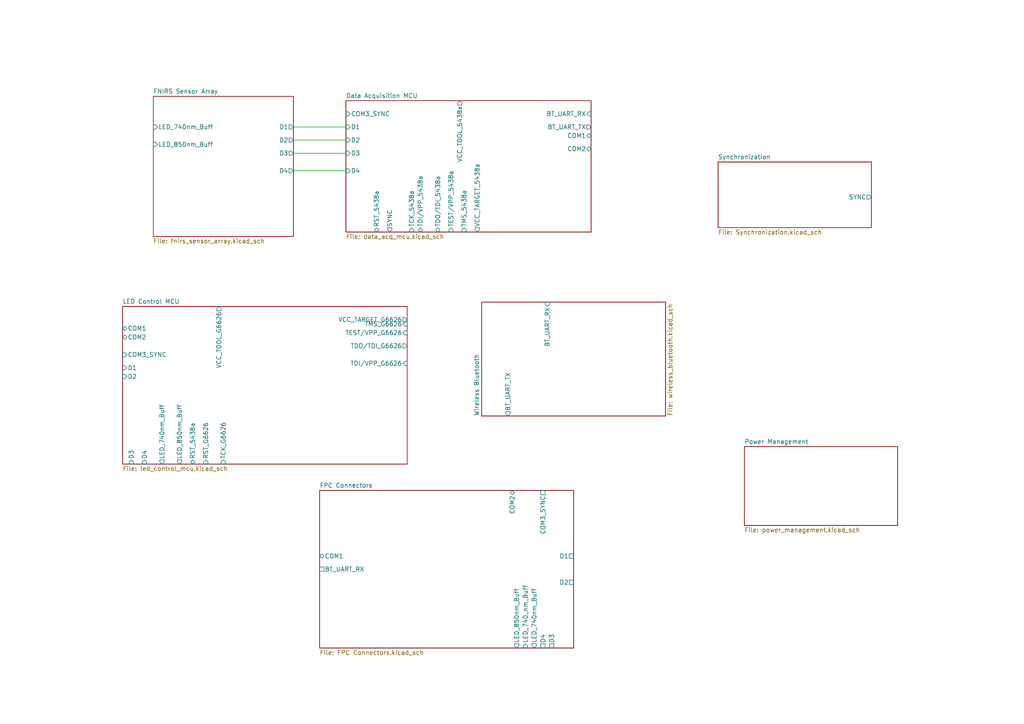
<source format=kicad_sch>
(kicad_sch
	(version 20250114)
	(generator "eeschema")
	(generator_version "9.0")
	(uuid "f391a7a5-9ead-4f60-97df-b37f6ab0cbe8")
	(paper "A4")
	(lib_symbols)
	(wire
		(pts
			(xy 85.09 44.45) (xy 100.33 44.45)
		)
		(stroke
			(width 0)
			(type default)
		)
		(uuid "56fd9dde-60d0-4e2d-9a88-4c833090a46d")
	)
	(wire
		(pts
			(xy 85.09 36.83) (xy 100.33 36.83)
		)
		(stroke
			(width 0)
			(type default)
		)
		(uuid "a93113ea-ab9c-4662-bcad-640429ee84a8")
	)
	(wire
		(pts
			(xy 85.09 49.53) (xy 100.33 49.53)
		)
		(stroke
			(width 0)
			(type default)
		)
		(uuid "f173e374-c663-46ed-bdf3-0a856066575b")
	)
	(wire
		(pts
			(xy 85.09 40.64) (xy 100.33 40.64)
		)
		(stroke
			(width 0)
			(type default)
		)
		(uuid "fac22eb4-5aea-4a0f-8e96-cb534f7d3dc9")
	)
	(sheet
		(at 44.45 27.94)
		(size 40.64 40.64)
		(exclude_from_sim no)
		(in_bom yes)
		(on_board yes)
		(dnp no)
		(fields_autoplaced yes)
		(stroke
			(width 0.1524)
			(type solid)
		)
		(fill
			(color 0 0 0 0.0000)
		)
		(uuid "34c81517-0b06-44f3-b3b2-7c10de8826f0")
		(property "Sheetname" "FNIRS Sensor Array"
			(at 44.45 27.2284 0)
			(effects
				(font
					(size 1.27 1.27)
				)
				(justify left bottom)
			)
		)
		(property "Sheetfile" "fnirs_sensor_array.kicad_sch"
			(at 44.45 69.1646 0)
			(effects
				(font
					(size 1.27 1.27)
				)
				(justify left top)
			)
		)
		(pin "D1" output
			(at 85.09 36.83 0)
			(uuid "62318e69-041b-4274-a72b-7df96713de04")
			(effects
				(font
					(size 1.27 1.27)
				)
				(justify right)
			)
		)
		(pin "D2" output
			(at 85.09 40.64 0)
			(uuid "10946c22-7d1b-4186-b86f-38bdb7f2c895")
			(effects
				(font
					(size 1.27 1.27)
				)
				(justify right)
			)
		)
		(pin "D3" output
			(at 85.09 44.45 0)
			(uuid "8003c214-04bc-4923-92a0-f7faf74bbf59")
			(effects
				(font
					(size 1.27 1.27)
				)
				(justify right)
			)
		)
		(pin "D4" output
			(at 85.09 49.53 0)
			(uuid "632f77d2-1704-4cc7-af41-3b916a954639")
			(effects
				(font
					(size 1.27 1.27)
				)
				(justify right)
			)
		)
		(pin "LED_740nm_Buff" input
			(at 44.45 36.83 180)
			(uuid "73e62931-ae2c-4e12-80cc-4e031f2e48ee")
			(effects
				(font
					(size 1.27 1.27)
				)
				(justify left)
			)
		)
		(pin "LED_850nm_Buff" input
			(at 44.45 41.91 180)
			(uuid "51b8fbbf-69b5-4543-8638-305776a08be1")
			(effects
				(font
					(size 1.27 1.27)
				)
				(justify left)
			)
		)
		(instances
			(project "fNIRS_BBOL_Device"
				(path "/f391a7a5-9ead-4f60-97df-b37f6ab0cbe8"
					(page "2")
				)
			)
		)
	)
	(sheet
		(at 100.33 29.21)
		(size 71.12 38.1)
		(exclude_from_sim no)
		(in_bom yes)
		(on_board yes)
		(dnp no)
		(fields_autoplaced yes)
		(stroke
			(width 0.1524)
			(type solid)
		)
		(fill
			(color 0 0 0 0.0000)
		)
		(uuid "5d7090ac-07a9-4042-97ef-c5576e351776")
		(property "Sheetname" "Data Acquisition MCU"
			(at 100.33 28.4984 0)
			(effects
				(font
					(size 1.27 1.27)
				)
				(justify left bottom)
			)
		)
		(property "Sheetfile" "data_acq_mcu.kicad_sch"
			(at 100.33 67.8946 0)
			(effects
				(font
					(size 1.27 1.27)
				)
				(justify left top)
			)
		)
		(pin "BT_UART_RX" input
			(at 171.45 33.02 0)
			(uuid "155272d6-3b2a-4785-bca1-a114709da911")
			(effects
				(font
					(size 1.27 1.27)
				)
				(justify right)
			)
		)
		(pin "BT_UART_TX" output
			(at 171.45 36.83 0)
			(uuid "6bbc4258-6190-4c30-829d-cb8c94c3ed1f")
			(effects
				(font
					(size 1.27 1.27)
				)
				(justify right)
			)
		)
		(pin "COM1" bidirectional
			(at 171.45 39.37 0)
			(uuid "4928607b-db49-405e-8df8-85f684f17521")
			(effects
				(font
					(size 1.27 1.27)
				)
				(justify right)
			)
		)
		(pin "COM2" bidirectional
			(at 171.45 43.18 0)
			(uuid "3a933a40-3dee-42cf-a5ff-6df534ea00fc")
			(effects
				(font
					(size 1.27 1.27)
				)
				(justify right)
			)
		)
		(pin "COM3_SYNC" input
			(at 100.33 33.02 180)
			(uuid "40fa138f-903c-4f59-a96e-c3bc1cf38a38")
			(effects
				(font
					(size 1.27 1.27)
				)
				(justify left)
			)
		)
		(pin "D1" input
			(at 100.33 36.83 180)
			(uuid "13406539-bd91-49f6-8f2b-6312c1a1a620")
			(effects
				(font
					(size 1.27 1.27)
				)
				(justify left)
			)
		)
		(pin "D2" input
			(at 100.33 40.64 180)
			(uuid "c5bbf383-4c32-4ca8-bed8-0b7135c1c4a3")
			(effects
				(font
					(size 1.27 1.27)
				)
				(justify left)
			)
		)
		(pin "D3" input
			(at 100.33 44.45 180)
			(uuid "a5a9cc5f-07f8-457c-8029-1b462257b7cd")
			(effects
				(font
					(size 1.27 1.27)
				)
				(justify left)
			)
		)
		(pin "D4" input
			(at 100.33 49.53 180)
			(uuid "777afae5-d200-401d-90d6-51d9a47edc4c")
			(effects
				(font
					(size 1.27 1.27)
				)
				(justify left)
			)
		)
		(pin "RST_5438a" bidirectional
			(at 109.22 67.31 270)
			(uuid "8e7b5d47-d332-4982-b286-338554c366b7")
			(effects
				(font
					(size 1.27 1.27)
				)
				(justify left)
			)
		)
		(pin "SYNC" output
			(at 113.03 67.31 270)
			(uuid "70326023-5c7c-46f3-b1a5-3185d840a28f")
			(effects
				(font
					(size 1.27 1.27)
				)
				(justify left)
			)
		)
		(pin "TCK_5438a" input
			(at 119.38 67.31 270)
			(uuid "58f9a7a9-b9da-47c1-9263-3351c7161000")
			(effects
				(font
					(size 1.27 1.27)
				)
				(justify left)
			)
		)
		(pin "TDI{slash}VPP_5438a" bidirectional
			(at 121.92 67.31 270)
			(uuid "cdf71e56-fa69-44bd-83cf-251684a5529a")
			(effects
				(font
					(size 1.27 1.27)
				)
				(justify left)
			)
		)
		(pin "TDO{slash}TDI_5438a" bidirectional
			(at 127 67.31 270)
			(uuid "e0c6dfcd-d5b3-46a2-b5d7-dc22221074ca")
			(effects
				(font
					(size 1.27 1.27)
				)
				(justify left)
			)
		)
		(pin "TEST{slash}VPP_5438a" input
			(at 130.81 67.31 270)
			(uuid "1edd9de9-5b33-4d5c-9d34-05cda3ad8517")
			(effects
				(font
					(size 1.27 1.27)
				)
				(justify left)
			)
		)
		(pin "TMS_5438a" input
			(at 134.62 67.31 270)
			(uuid "2153dc3b-3f3e-4cca-836c-873401cf093d")
			(effects
				(font
					(size 1.27 1.27)
				)
				(justify left)
			)
		)
		(pin "VCC_TARGET_5438a" output
			(at 138.43 67.31 270)
			(uuid "c610e903-4eee-42e2-95ae-35493823b8cd")
			(effects
				(font
					(size 1.27 1.27)
				)
				(justify left)
			)
		)
		(pin "VCC_TOOL_5438a" output
			(at 133.35 29.21 90)
			(uuid "6b734414-9f1e-4130-8ed9-2b0d7ee03f08")
			(effects
				(font
					(size 1.27 1.27)
				)
				(justify right)
			)
		)
		(instances
			(project "fNIRS_BBOL_Device"
				(path "/f391a7a5-9ead-4f60-97df-b37f6ab0cbe8"
					(page "3")
				)
			)
		)
	)
	(sheet
		(at 92.71 142.24)
		(size 73.66 45.72)
		(exclude_from_sim no)
		(in_bom yes)
		(on_board yes)
		(dnp no)
		(fields_autoplaced yes)
		(stroke
			(width 0.1524)
			(type solid)
		)
		(fill
			(color 0 0 0 0.0000)
		)
		(uuid "61f78fa9-d386-440f-a5ec-272edfb5d0b9")
		(property "Sheetname" "FPC Connectors"
			(at 92.71 141.5284 0)
			(effects
				(font
					(size 1.27 1.27)
				)
				(justify left bottom)
			)
		)
		(property "Sheetfile" "FPC Connectors.kicad_sch"
			(at 92.71 188.5446 0)
			(effects
				(font
					(size 1.27 1.27)
				)
				(justify left top)
			)
		)
		(pin "BT_UART_RX" passive
			(at 92.71 165.1 180)
			(uuid "f7b04af7-304b-4d21-9908-5f2f8a528ef1")
			(effects
				(font
					(size 1.27 1.27)
				)
				(justify left)
			)
		)
		(pin "COM1" bidirectional
			(at 92.71 161.29 180)
			(uuid "6e9bc973-3f62-40e3-83c8-f754be7dda43")
			(effects
				(font
					(size 1.27 1.27)
				)
				(justify left)
			)
		)
		(pin "COM2" bidirectional
			(at 148.59 142.24 90)
			(uuid "a29dacc1-ca5c-49fc-9d08-ef3cf7eb6c94")
			(effects
				(font
					(size 1.27 1.27)
				)
				(justify right)
			)
		)
		(pin "COM3_SYNC" passive
			(at 157.48 142.24 90)
			(uuid "3b4873ff-0be4-48ff-aa47-993d22236140")
			(effects
				(font
					(size 1.27 1.27)
				)
				(justify right)
			)
		)
		(pin "D1" passive
			(at 166.37 161.29 0)
			(uuid "c17b47df-744d-40ed-a095-d75859f18d3a")
			(effects
				(font
					(size 1.27 1.27)
				)
				(justify right)
			)
		)
		(pin "D2" passive
			(at 166.37 168.91 0)
			(uuid "3f3c2ad8-8972-4bc7-974f-d7a6297ccb8a")
			(effects
				(font
					(size 1.27 1.27)
				)
				(justify right)
			)
		)
		(pin "D3" passive
			(at 160.02 187.96 270)
			(uuid "ee6e2183-0d7c-491d-ae54-f4a7ec1c758e")
			(effects
				(font
					(size 1.27 1.27)
				)
				(justify left)
			)
		)
		(pin "D4" passive
			(at 157.48 187.96 270)
			(uuid "7e8969d4-eea7-4134-ba64-7b3cba523d7d")
			(effects
				(font
					(size 1.27 1.27)
				)
				(justify left)
			)
		)
		(pin "LED_740nm_Buff" output
			(at 154.94 187.96 270)
			(uuid "9af9f18a-7daf-4cca-a162-0ebf3e89deec")
			(effects
				(font
					(size 1.27 1.27)
				)
				(justify left)
			)
		)
		(pin "LED_740_nm_Buff" input
			(at 152.4 187.96 270)
			(uuid "ffda2a10-785e-470d-ab1a-c6bf463f7e1c")
			(effects
				(font
					(size 1.27 1.27)
				)
				(justify left)
			)
		)
		(pin "LED_850nm_Buff" output
			(at 149.86 187.96 270)
			(uuid "f3644518-830a-4020-8310-748e1bd7bf03")
			(effects
				(font
					(size 1.27 1.27)
				)
				(justify left)
			)
		)
		(instances
			(project "fNIRS_BBOL_Device"
				(path "/f391a7a5-9ead-4f60-97df-b37f6ab0cbe8"
					(page "8")
				)
			)
		)
	)
	(sheet
		(at 208.28 46.99)
		(size 44.45 19.05)
		(exclude_from_sim no)
		(in_bom yes)
		(on_board yes)
		(dnp no)
		(fields_autoplaced yes)
		(stroke
			(width 0.1524)
			(type solid)
		)
		(fill
			(color 0 0 0 0.0000)
		)
		(uuid "8da5acc4-1083-4155-aa16-9dfb455b6951")
		(property "Sheetname" "Synchronization"
			(at 208.28 46.2784 0)
			(effects
				(font
					(size 1.27 1.27)
				)
				(justify left bottom)
			)
		)
		(property "Sheetfile" "Synchronization.kicad_sch"
			(at 208.28 66.6246 0)
			(effects
				(font
					(size 1.27 1.27)
				)
				(justify left top)
			)
		)
		(pin "SYNC" output
			(at 252.73 57.15 0)
			(uuid "39a0dd8b-d254-4c8e-b4dc-0fceeefaf53f")
			(effects
				(font
					(size 1.27 1.27)
				)
				(justify right)
			)
		)
		(instances
			(project "fNIRS_BBOL_Device"
				(path "/f391a7a5-9ead-4f60-97df-b37f6ab0cbe8"
					(page "7")
				)
			)
		)
	)
	(sheet
		(at 35.56 88.9)
		(size 82.55 45.72)
		(exclude_from_sim no)
		(in_bom yes)
		(on_board yes)
		(dnp no)
		(fields_autoplaced yes)
		(stroke
			(width 0.1524)
			(type solid)
		)
		(fill
			(color 0 0 0 0.0000)
		)
		(uuid "a2731b7b-eab8-4a98-84a6-90f80cca7007")
		(property "Sheetname" "LED Control MCU"
			(at 35.56 88.1884 0)
			(effects
				(font
					(size 1.27 1.27)
				)
				(justify left bottom)
			)
		)
		(property "Sheetfile" "led_control_mcu.kicad_sch"
			(at 35.56 135.2046 0)
			(effects
				(font
					(size 1.27 1.27)
				)
				(justify left top)
			)
		)
		(pin "COM1" bidirectional
			(at 35.56 95.25 180)
			(uuid "97d64b95-5e8f-421c-99bf-b15d10912a2b")
			(effects
				(font
					(size 1.27 1.27)
				)
				(justify left)
			)
		)
		(pin "COM2" bidirectional
			(at 35.56 97.79 180)
			(uuid "e7ff7316-af69-4655-8627-72a556f1174c")
			(effects
				(font
					(size 1.27 1.27)
				)
				(justify left)
			)
		)
		(pin "COM3_SYNC" input
			(at 35.56 102.87 180)
			(uuid "28752b7f-9b79-4716-a022-291f30529632")
			(effects
				(font
					(size 1.27 1.27)
				)
				(justify left)
			)
		)
		(pin "D1" input
			(at 35.56 106.68 180)
			(uuid "2c7dbd70-26db-413f-bc6b-9b910103b7c9")
			(effects
				(font
					(size 1.27 1.27)
				)
				(justify left)
			)
		)
		(pin "D2" input
			(at 35.56 109.22 180)
			(uuid "991857d3-74a8-4a76-b953-a7d243b0231f")
			(effects
				(font
					(size 1.27 1.27)
				)
				(justify left)
			)
		)
		(pin "D3" input
			(at 38.1 134.62 270)
			(uuid "794dec8a-c7fb-4c74-b390-603a12fd1a64")
			(effects
				(font
					(size 1.27 1.27)
				)
				(justify left)
			)
		)
		(pin "D4" input
			(at 41.91 134.62 270)
			(uuid "72868b3e-86ba-43ef-99f0-a9d2de26bc07")
			(effects
				(font
					(size 1.27 1.27)
				)
				(justify left)
			)
		)
		(pin "LED_740nm_Buff" output
			(at 46.99 134.62 270)
			(uuid "6ff4163e-2276-415f-903f-db77e25314b9")
			(effects
				(font
					(size 1.27 1.27)
				)
				(justify left)
			)
		)
		(pin "LED_850nm_Buff" output
			(at 52.07 134.62 270)
			(uuid "d050821e-0851-43c7-ae7d-a517fd10dd20")
			(effects
				(font
					(size 1.27 1.27)
				)
				(justify left)
			)
		)
		(pin "RST_5438a" bidirectional
			(at 55.88 134.62 270)
			(uuid "6518d06e-2f36-4866-959f-eb1eb3c7eec7")
			(effects
				(font
					(size 1.27 1.27)
				)
				(justify left)
			)
		)
		(pin "RST_G6626" input
			(at 59.69 134.62 270)
			(uuid "7adff661-016b-4531-bb0f-0529a3702d84")
			(effects
				(font
					(size 1.27 1.27)
				)
				(justify left)
			)
		)
		(pin "TCK_G6626" input
			(at 64.77 134.62 270)
			(uuid "8143cc6c-2bdf-47a0-a31b-493cb8f67d42")
			(effects
				(font
					(size 1.27 1.27)
				)
				(justify left)
			)
		)
		(pin "TDI{slash}VPP_G6626" input
			(at 118.11 105.41 0)
			(uuid "2b24eb6d-4084-4d0a-af0f-b99751ccedea")
			(effects
				(font
					(size 1.27 1.27)
				)
				(justify right)
			)
		)
		(pin "TDO{slash}TDI_G6626" output
			(at 118.11 100.33 0)
			(uuid "dd1f1beb-7e8a-496b-8cfd-b2aa77ea87f2")
			(effects
				(font
					(size 1.27 1.27)
				)
				(justify right)
			)
		)
		(pin "TEST{slash}VPP_G6626" input
			(at 118.11 96.52 0)
			(uuid "d8502b95-e1be-4a25-9ea5-adf9a73474bb")
			(effects
				(font
					(size 1.27 1.27)
				)
				(justify right)
			)
		)
		(pin "TMS_G6626" input
			(at 118.11 93.98 0)
			(uuid "00479ce8-dc02-459a-862b-2cef65691b57")
			(effects
				(font
					(size 1.27 1.27)
				)
				(justify right)
			)
		)
		(pin "VCC_TARGET_G6626" output
			(at 118.11 92.71 0)
			(uuid "5cd4a03c-05e6-4fca-9faf-787b7ebb673b")
			(effects
				(font
					(size 1.27 1.27)
				)
				(justify right)
			)
		)
		(pin "VCC_TOOL_G6626" output
			(at 63.5 88.9 90)
			(uuid "680f0034-ef4d-4f78-88b0-292639615869")
			(effects
				(font
					(size 1.27 1.27)
				)
				(justify right)
			)
		)
		(instances
			(project "fNIRS_BBOL_Device"
				(path "/f391a7a5-9ead-4f60-97df-b37f6ab0cbe8"
					(page "4")
				)
			)
		)
	)
	(sheet
		(at 215.9 129.54)
		(size 44.45 22.86)
		(exclude_from_sim no)
		(in_bom yes)
		(on_board yes)
		(dnp no)
		(fields_autoplaced yes)
		(stroke
			(width 0.1524)
			(type solid)
		)
		(fill
			(color 0 0 0 0.0000)
		)
		(uuid "ace967b7-2a6d-4e2e-9307-64b45464ca6d")
		(property "Sheetname" "Power Management"
			(at 215.9 128.8284 0)
			(effects
				(font
					(size 1.27 1.27)
				)
				(justify left bottom)
			)
		)
		(property "Sheetfile" "power_management.kicad_sch"
			(at 215.9 152.9846 0)
			(effects
				(font
					(size 1.27 1.27)
				)
				(justify left top)
			)
		)
		(instances
			(project "fNIRS_BBOL_Device"
				(path "/f391a7a5-9ead-4f60-97df-b37f6ab0cbe8"
					(page "5")
				)
			)
		)
	)
	(sheet
		(at 139.7 87.63)
		(size 53.34 33.02)
		(exclude_from_sim no)
		(in_bom yes)
		(on_board yes)
		(dnp no)
		(fields_autoplaced yes)
		(stroke
			(width 0.1524)
			(type solid)
		)
		(fill
			(color 0 0 0 0.0000)
		)
		(uuid "c19230cc-75c9-4a28-9493-7ec0bc214f41")
		(property "Sheetname" "Wireless Bluetooth"
			(at 138.9884 120.65 90)
			(effects
				(font
					(size 1.27 1.27)
				)
				(justify left bottom)
			)
		)
		(property "Sheetfile" "wireless_bluetooth.kicad_sch"
			(at 193.6246 120.65 90)
			(effects
				(font
					(size 1.27 1.27)
				)
				(justify left top)
			)
		)
		(pin "BT_UART_RX" input
			(at 158.75 87.63 90)
			(uuid "a113c671-b3cd-45c7-b8fd-6f51d8f88688")
			(effects
				(font
					(size 1.27 1.27)
				)
				(justify right)
			)
		)
		(pin "BT_UART_TX" output
			(at 147.32 120.65 270)
			(uuid "108c6637-ee45-48fb-8b2c-898693351f4c")
			(effects
				(font
					(size 1.27 1.27)
				)
				(justify left)
			)
		)
		(instances
			(project "fNIRS_BBOL_Device"
				(path "/f391a7a5-9ead-4f60-97df-b37f6ab0cbe8"
					(page "6")
				)
			)
		)
	)
	(sheet_instances
		(path "/"
			(page "1")
		)
	)
	(embedded_fonts no)
)

</source>
